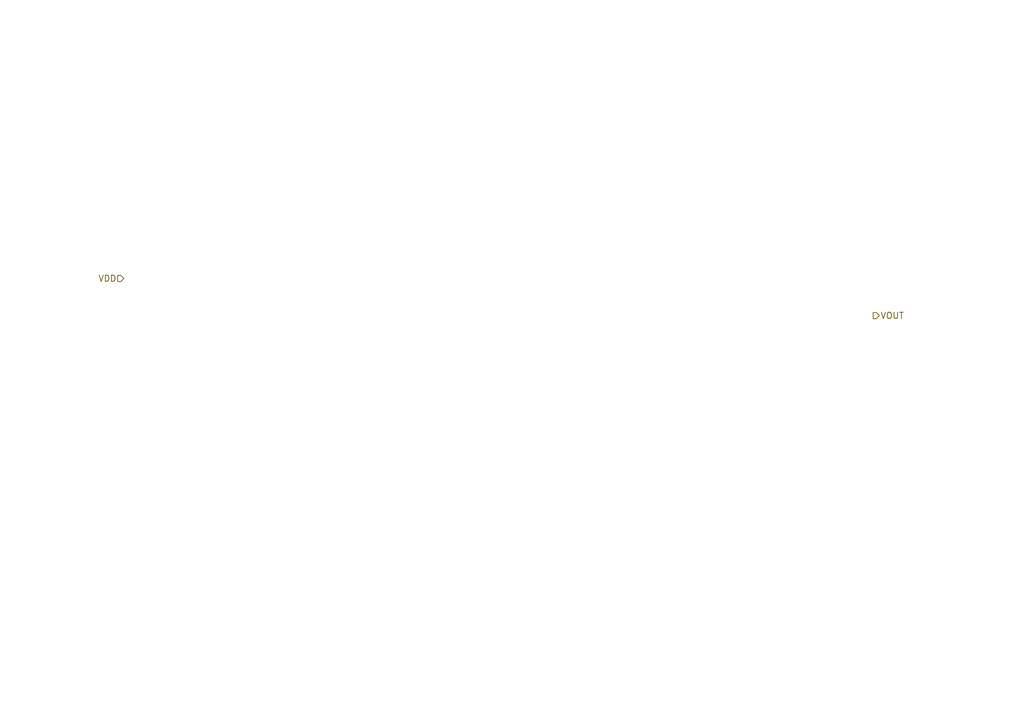
<source format=kicad_sch>
(kicad_sch
	(version 20231120)
	(generator "eeschema")
	(generator_version "8.0")
	(uuid "8c618455-1e04-4a6c-9523-f1875b5d0504")
	(paper "A5")
	(lib_symbols)
	(hierarchical_label "VDD"
		(shape input)
		(at 25.4 57.15 180)
		(effects
			(font
				(size 1.27 1.27)
			)
			(justify right)
		)
		(uuid "0a022f11-9345-434b-a9b1-c75b9093407f")
	)
	(hierarchical_label "VOUT"
		(shape output)
		(at 179.07 64.77 0)
		(effects
			(font
				(size 1.27 1.27)
			)
			(justify left)
		)
		(uuid "f74be83e-bc1c-402a-9dba-fb0f7afa949f")
	)
)

</source>
